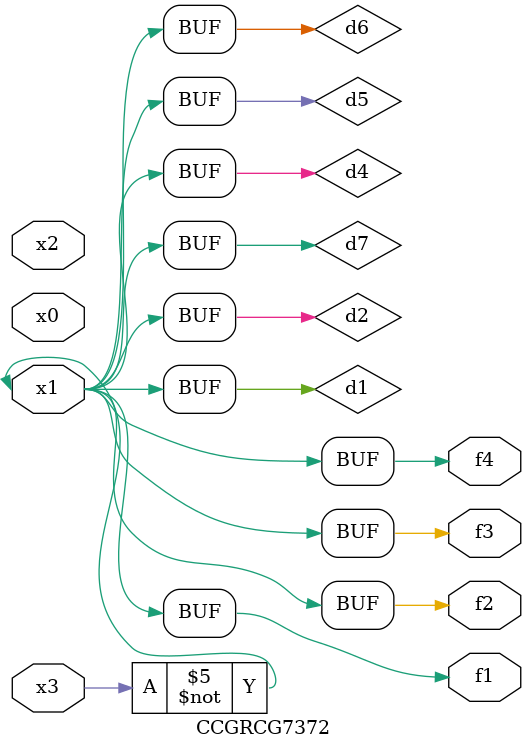
<source format=v>
module CCGRCG7372(
	input x0, x1, x2, x3,
	output f1, f2, f3, f4
);

	wire d1, d2, d3, d4, d5, d6, d7;

	not (d1, x3);
	buf (d2, x1);
	xnor (d3, d1, d2);
	nor (d4, d1);
	buf (d5, d1, d2);
	buf (d6, d4, d5);
	nand (d7, d4);
	assign f1 = d6;
	assign f2 = d7;
	assign f3 = d6;
	assign f4 = d6;
endmodule

</source>
